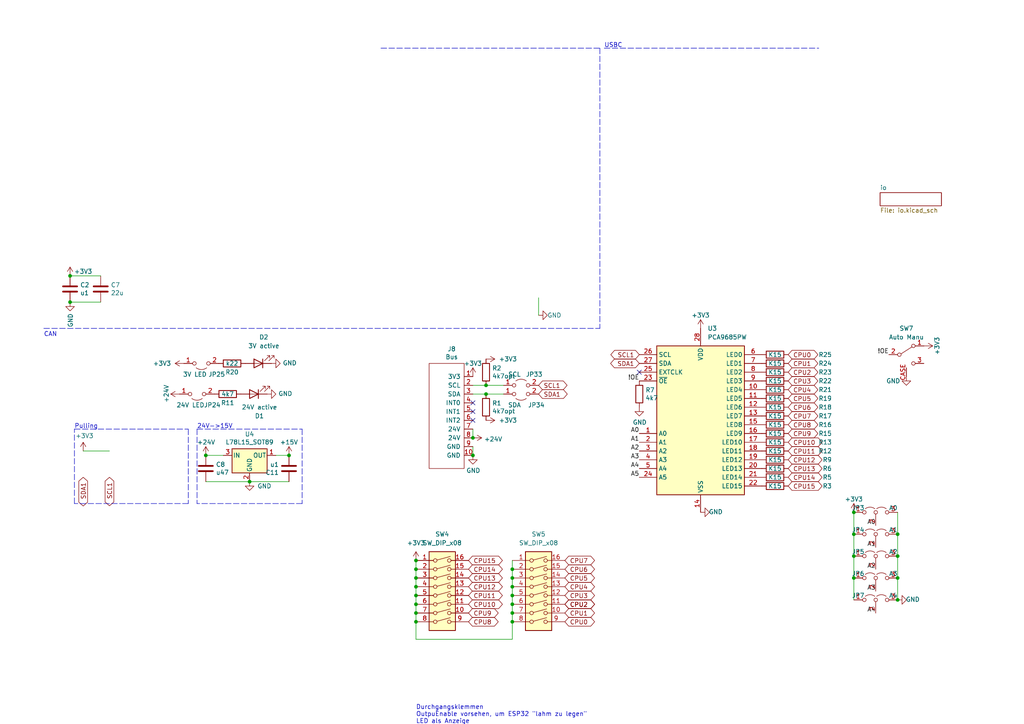
<source format=kicad_sch>
(kicad_sch (version 20211123) (generator eeschema)
  (paper "A4")
  (lib_symbols
    (symbol "Device:C" (pin_numbers hide) (pin_names (offset 0.254))
      (property "Reference" "C" (at 0.635 2.54 0))
      (property "Value" "C" (at 0.635 -2.54 0))
      (symbol "C_0_1"
        (polyline (pts (xy -2.032 -0.762) (xy 2.032 -0.762)) (stroke (width 0.508)))
        (polyline (pts (xy -2.032 0.762) (xy 2.032 0.762)) (stroke (width 0.508)))
      )
      (symbol "C_1_1"
        (pin passive line (at 0 3.81 270) (length 2.794) (name "~") (number "1"))
        (pin passive line (at 0 -3.81 90) (length 2.794) (name "~") (number "2"))
      )
    )
    (symbol "Device:LED" (pin_numbers hide) (pin_names (offset 1.016) hide)
      (property "Reference" "D" (at 0 2.54 0))
      (property "Value" "LED" (at 0 -2.54 0))
      (symbol "LED_0_1"
        (polyline (pts (xy -1.27 -1.27) (xy -1.27 1.27)) (stroke (width 0.254)))
        (polyline (pts (xy -1.27 0) (xy 1.27 0)))
        (polyline (pts (xy 1.27 -1.27) (xy 1.27 1.27) (xy -1.27 0) (xy 1.27 -1.27)) (stroke (width 0.254)))
        (polyline (pts (xy -3.048 -0.762) (xy -4.572 -2.286) (xy -3.81 -2.286) (xy -4.572 -2.286) (xy -4.572 -1.524)))
        (polyline (pts (xy -1.778 -0.762) (xy -3.302 -2.286) (xy -2.54 -2.286) (xy -3.302 -2.286) (xy -3.302 -1.524)))
      )
      (symbol "LED_1_1"
        (pin passive line (at -3.81 0 0) (length 2.54) (name "K") (number "1"))
        (pin passive line (at 3.81 0 180) (length 2.54) (name "A") (number "2"))
      )
    )
    (symbol "Device:R" (pin_numbers hide) (pin_names (offset 0))
      (property "Reference" "R" (at 2.032 0 90))
      (property "Value" "R" (at 0 0 90))
      (symbol "R_0_1"
        (rectangle (start -1.016 -2.54) (end 1.016 2.54) (stroke (width 0.254)))
      )
      (symbol "R_1_1"
        (pin passive line (at 0 3.81 270) (length 1.27) (name "~") (number "1"))
        (pin passive line (at 0 -3.81 90) (length 1.27) (name "~") (number "2"))
      )
    )
    (symbol "Driver_LED:PCA9685PW"
      (property "Reference" "U" (at -12.7 22.225 0))
      (property "Value" "PCA9685PW" (at 1.27 22.225 0))
      (symbol "PCA9685PW_0_1"
        (rectangle (start -12.7 20.32) (end 12.7 -22.86) (stroke (width 0.254)) (fill (type background)))
      )
      (symbol "PCA9685PW_1_1"
        (pin input line (at -17.78 -5.08 0) (length 5.08) (name "A0") (number "1"))
        (pin output line (at 17.78 7.62 180) (length 5.08) (name "LED4") (number "10"))
        (pin output line (at 17.78 5.08 180) (length 5.08) (name "LED5") (number "11"))
        (pin output line (at 17.78 2.54 180) (length 5.08) (name "LED6") (number "12"))
        (pin output line (at 17.78 0 180) (length 5.08) (name "LED7") (number "13"))
        (pin power_in line (at 0 -27.94 90) (length 5.08) (name "VSS") (number "14"))
        (pin output line (at 17.78 -2.54 180) (length 5.08) (name "LED8") (number "15"))
        (pin output line (at 17.78 -5.08 180) (length 5.08) (name "LED9") (number "16"))
        (pin output line (at 17.78 -7.62 180) (length 5.08) (name "LED10") (number "17"))
        (pin output line (at 17.78 -10.16 180) (length 5.08) (name "LED11") (number "18"))
        (pin output line (at 17.78 -12.7 180) (length 5.08) (name "LED12") (number "19"))
        (pin input line (at -17.78 -7.62 0) (length 5.08) (name "A1") (number "2"))
        (pin output line (at 17.78 -15.24 180) (length 5.08) (name "LED13") (number "20"))
        (pin output line (at 17.78 -17.78 180) (length 5.08) (name "LED14") (number "21"))
        (pin output line (at 17.78 -20.32 180) (length 5.08) (name "LED15") (number "22"))
        (pin input line (at -17.78 10.16 0) (length 5.08) (name "~{OE}") (number "23"))
        (pin input line (at -17.78 -17.78 0) (length 5.08) (name "A5") (number "24"))
        (pin input line (at -17.78 12.7 0) (length 5.08) (name "EXTCLK") (number "25"))
        (pin input line (at -17.78 17.78 0) (length 5.08) (name "SCL") (number "26"))
        (pin bidirectional line (at -17.78 15.24 0) (length 5.08) (name "SDA") (number "27"))
        (pin power_in line (at 0 25.4 270) (length 5.08) (name "VDD") (number "28"))
        (pin input line (at -17.78 -10.16 0) (length 5.08) (name "A2") (number "3"))
        (pin input line (at -17.78 -12.7 0) (length 5.08) (name "A3") (number "4"))
        (pin input line (at -17.78 -15.24 0) (length 5.08) (name "A4") (number "5"))
        (pin output line (at 17.78 17.78 180) (length 5.08) (name "LED0") (number "6"))
        (pin output line (at 17.78 15.24 180) (length 5.08) (name "LED1") (number "7"))
        (pin output line (at 17.78 12.7 180) (length 5.08) (name "LED2") (number "8"))
        (pin output line (at 17.78 10.16 180) (length 5.08) (name "LED3") (number "9"))
      )
    )
    (symbol "Jumper:Jumper_2_Open" (pin_names (offset 0) hide)
      (property "Reference" "JP" (at 0 2.794 0))
      (property "Value" "Jumper_2_Open" (at 0 -2.286 0))
      (symbol "Jumper_2_Open_0_0"
        (circle (center -2.032 0) (radius 0.508))
        (circle (center 2.032 0) (radius 0.508))
      )
      (symbol "Jumper_2_Open_0_1"
        (arc (start 1.524 1.27) (mid 0 1.778) (end -1.524 1.27))
      )
      (symbol "Jumper_2_Open_1_1"
        (pin passive line (at -5.08 0 0) (length 2.54) (name "A") (number "1"))
        (pin passive line (at 5.08 0 180) (length 2.54) (name "B") (number "2"))
      )
    )
    (symbol "Jumper_3_Open_1" (pin_names (offset 0) hide)
      (property "Reference" "JP" (at -2.54 -2.54 0))
      (property "Value" "Jumper_3_Open_1" (at 0 2.794 0))
      (symbol "Jumper_3_Open_1_0_0"
        (circle (center -3.302 0) (radius 0.508))
        (circle (center 0 0) (radius 0.508))
        (circle (center 3.302 0) (radius 0.508))
      )
      (symbol "Jumper_3_Open_1_0_1"
        (arc (start -0.254 1.016) (mid -1.651 1.4992) (end -3.048 1.016))
        (polyline (pts (xy 0 -0.508) (xy 0 -1.27)))
        (arc (start 3.048 1.016) (mid 1.651 1.4992) (end 0.254 1.016))
      )
      (symbol "Jumper_3_Open_1_1_1"
        (pin passive line (at -6.35 0 0) (length 2.54) (name "A") (number "1"))
        (pin passive line (at 0 -3.81 90) (length 2.54) (name "C") (number "2"))
        (pin passive line (at 6.35 0 180) (length 2.54) (name "B") (number "3"))
      )
    )
    (symbol "Regulator_Linear:L78L05_SOT89" (pin_names (offset 0.254))
      (property "Reference" "U" (at -3.81 3.175 0))
      (property "Value" "L78L05_SOT89" (at -0.635 3.175 0))
      (symbol "L78L05_SOT89_0_1"
        (rectangle (start -5.08 1.905) (end 5.08 -5.08) (stroke (width 0.254)) (fill (type background)))
      )
      (symbol "L78L05_SOT89_1_1"
        (pin power_out line (at 7.62 0 180) (length 2.54) (name "OUT") (number "1"))
        (pin power_in line (at 0 -7.62 90) (length 2.54) (name "GND") (number "2"))
        (pin power_in line (at -7.62 0 0) (length 2.54) (name "IN") (number "3"))
      )
    )
    (symbol "Switch:SW_DIP_x08" (pin_names (offset 0) hide)
      (property "Reference" "SW" (at 0 13.97 0))
      (property "Value" "SW_DIP_x08" (at 0 -11.43 0))
      (symbol "SW_DIP_x08_0_0"
        (circle (center -2.032 -7.62) (radius 0.508))
        (circle (center -2.032 -5.08) (radius 0.508))
        (circle (center -2.032 -2.54) (radius 0.508))
        (circle (center -2.032 0) (radius 0.508))
        (circle (center -2.032 2.54) (radius 0.508))
        (circle (center -2.032 5.08) (radius 0.508))
        (circle (center -2.032 7.62) (radius 0.508))
        (circle (center -2.032 10.16) (radius 0.508))
        (polyline (pts (xy -1.524 -7.4676) (xy 2.3622 -6.4262)))
        (polyline (pts (xy -1.524 -4.9276) (xy 2.3622 -3.8862)))
        (polyline (pts (xy -1.524 -2.3876) (xy 2.3622 -1.3462)))
        (polyline (pts (xy -1.524 0.127) (xy 2.3622 1.1684)))
        (polyline (pts (xy -1.524 2.667) (xy 2.3622 3.7084)))
        (polyline (pts (xy -1.524 5.207) (xy 2.3622 6.2484)))
        (polyline (pts (xy -1.524 7.747) (xy 2.3622 8.7884)))
        (polyline (pts (xy -1.524 10.287) (xy 2.3622 11.3284)))
        (circle (center 2.032 -7.62) (radius 0.508))
        (circle (center 2.032 -5.08) (radius 0.508))
        (circle (center 2.032 -2.54) (radius 0.508))
        (circle (center 2.032 0) (radius 0.508))
        (circle (center 2.032 2.54) (radius 0.508))
        (circle (center 2.032 5.08) (radius 0.508))
        (circle (center 2.032 7.62) (radius 0.508))
        (circle (center 2.032 10.16) (radius 0.508))
      )
      (symbol "SW_DIP_x08_0_1"
        (rectangle (start -3.81 12.7) (end 3.81 -10.16) (stroke (width 0.254)) (fill (type background)))
      )
      (symbol "SW_DIP_x08_1_1"
        (pin passive line (at -7.62 10.16 0) (length 5.08) (name "~") (number "1"))
        (pin passive line (at 7.62 -5.08 180) (length 5.08) (name "~") (number "10"))
        (pin passive line (at 7.62 -2.54 180) (length 5.08) (name "~") (number "11"))
        (pin passive line (at 7.62 0 180) (length 5.08) (name "~") (number "12"))
        (pin passive line (at 7.62 2.54 180) (length 5.08) (name "~") (number "13"))
        (pin passive line (at 7.62 5.08 180) (length 5.08) (name "~") (number "14"))
        (pin passive line (at 7.62 7.62 180) (length 5.08) (name "~") (number "15"))
        (pin passive line (at 7.62 10.16 180) (length 5.08) (name "~") (number "16"))
        (pin passive line (at -7.62 7.62 0) (length 5.08) (name "~") (number "2"))
        (pin passive line (at -7.62 5.08 0) (length 5.08) (name "~") (number "3"))
        (pin passive line (at -7.62 2.54 0) (length 5.08) (name "~") (number "4"))
        (pin passive line (at -7.62 0 0) (length 5.08) (name "~") (number "5"))
        (pin passive line (at -7.62 -2.54 0) (length 5.08) (name "~") (number "6"))
        (pin passive line (at -7.62 -5.08 0) (length 5.08) (name "~") (number "7"))
        (pin passive line (at -7.62 -7.62 0) (length 5.08) (name "~") (number "8"))
        (pin passive line (at 7.62 -7.62 180) (length 5.08) (name "~") (number "9"))
      )
    )
    (symbol "liebler_MECH:SW_SPDT_with_Case" (pin_names (offset 0) hide)
      (property "Reference" "SW1" (at 0 7.62 0))
      (property "Value" "SW_SPDT_with_Case" (at 0 5.08 0))
      (symbol "SW_SPDT_with_Case_0_0"
        (circle (center -2.032 0) (radius 0.508))
        (circle (center 2.032 -2.54) (radius 0.508))
      )
      (symbol "SW_SPDT_with_Case_0_1"
        (polyline (pts (xy -1.524 0.254) (xy 1.651 2.286)))
        (circle (center 2.032 2.54) (radius 0.508))
      )
      (symbol "SW_SPDT_with_Case_1_1"
        (pin passive line (at 5.08 2.54 180) (length 2.54) (name "A") (number "1"))
        (pin passive line (at -5.08 0 0) (length 2.54) (name "B") (number "2"))
        (pin passive line (at 5.08 -2.54 180) (length 2.54) (name "C") (number "3"))
        (pin passive line (at 0 -6.35 90) (length 2.54) (name "CASE") (number "CASE"))
      )
    )
    (symbol "power:+15V" (power) (pin_names (offset 0))
      (property "Value" "+15V" (at 0 3.556 0))
      (symbol "+15V_0_1"
        (polyline (pts (xy -0.762 1.27) (xy 0 2.54)))
        (polyline (pts (xy 0 0) (xy 0 2.54)))
        (polyline (pts (xy 0 2.54) (xy 0.762 1.27)))
      )
      (symbol "+15V_1_1"
        (pin power_in line (at 0 0 90) (length 0) hide (name "+15V") (number "1"))
      )
    )
    (symbol "power:+24V" (power) (pin_names (offset 0))
      (property "Value" "+24V" (at 0 3.556 0))
      (symbol "+24V_0_1"
        (polyline (pts (xy -0.762 1.27) (xy 0 2.54)))
        (polyline (pts (xy 0 0) (xy 0 2.54)))
        (polyline (pts (xy 0 2.54) (xy 0.762 1.27)))
      )
      (symbol "+24V_1_1"
        (pin power_in line (at 0 0 90) (length 0) hide (name "+24V") (number "1"))
      )
    )
    (symbol "power:+3V3" (power) (pin_names (offset 0))
      (property "Value" "+3V3" (at 0 3.556 0))
      (symbol "+3V3_0_1"
        (polyline (pts (xy -0.762 1.27) (xy 0 2.54)))
        (polyline (pts (xy 0 0) (xy 0 2.54)))
        (polyline (pts (xy 0 2.54) (xy 0.762 1.27)))
      )
      (symbol "+3V3_1_1"
        (pin power_in line (at 0 0 90) (length 0) hide (name "+3V3") (number "1"))
      )
    )
    (symbol "power:GND" (power) (pin_names (offset 0))
      (property "Value" "GND" (at 0 -3.81 0))
      (symbol "GND_0_1"
        (polyline (pts (xy 0 0) (xy 0 -1.27) (xy 1.27 -1.27) (xy 0 -2.54) (xy -1.27 -1.27) (xy 0 -1.27)))
      )
      (symbol "GND_1_1"
        (pin power_in line (at 0 0 270) (length 0) hide (name "GND") (number "1"))
      )
    )
    (symbol "sensact:SensactBusConnector" (pin_names (offset 1.016))
      (property "Reference" "J" (at -5.08 19.05 0))
      (property "Value" "sensact_SensactBusConnector" (at -5.08 16.51 0))
      (symbol "SensactBusConnector_0_1"
        (rectangle (start -5.08 15.24) (end 5.08 -15.24))
      )
      (symbol "SensactBusConnector_1_1"
        (pin power_in line (at 7.62 11.43 180) (length 2.54) (name "3V3") (number "1"))
        (pin power_in line (at 7.62 -11.43 180) (length 2.54) (name "GND") (number "10"))
        (pin output line (at 7.62 8.89 180) (length 2.54) (name "SCL") (number "2"))
        (pin bidirectional line (at 7.62 6.35 180) (length 2.54) (name "SDA") (number "3"))
        (pin bidirectional line (at 7.62 3.81 180) (length 2.54) (name "INT0") (number "4"))
        (pin bidirectional line (at 7.62 1.27 180) (length 2.54) (name "INT1") (number "5"))
        (pin bidirectional line (at 7.62 -1.27 180) (length 2.54) (name "INT2") (number "6"))
        (pin power_in line (at 7.62 -3.81 180) (length 2.54) (name "24V") (number "7"))
        (pin power_in line (at 7.62 -6.35 180) (length 2.54) (name "24V") (number "8"))
        (pin power_in line (at 7.62 -8.89 180) (length 2.54) (name "GND") (number "9"))
      )
    )
  )
  (junction (at 260.35 154.94))
  (junction (at 120.65 172.72))
  (junction (at 120.65 167.64))
  (junction (at 260.35 161.29))
  (junction (at 247.65 167.64))
  (junction (at 247.65 161.29))
  (junction (at 137.16 127))
  (junction (at 140.97 111.76))
  (junction (at 120.65 175.26))
  (junction (at 137.16 132.08))
  (junction (at 120.65 177.8))
  (junction (at 260.35 167.64))
  (junction (at 59.69 132.08))
  (junction (at 247.65 148.59))
  (junction (at 148.59 175.26))
  (junction (at 148.59 170.18))
  (junction (at 72.39 139.7))
  (junction (at 148.59 172.72))
  (junction (at 120.65 165.1))
  (junction (at 148.59 180.34))
  (junction (at 260.35 173.99))
  (junction (at 247.65 154.94))
  (junction (at 148.59 177.8))
  (junction (at 20.32 80.01))
  (junction (at 20.32 87.63))
  (junction (at 148.59 165.1))
  (junction (at 83.82 132.08))
  (junction (at 148.59 167.64))
  (junction (at 120.65 170.18))
  (junction (at 140.97 114.3))
  (junction (at 120.65 180.34))
  (junction (at 120.65 162.56))
  (no_connect (at 137.16 116.84))
  (no_connect (at 185.42 107.95))
  (no_connect (at 137.16 121.92))
  (no_connect (at 137.16 119.38))
  (wire (pts (xy 148.59 172.72) (xy 148.59 175.26)))
  (wire (pts (xy 146.05 111.76) (xy 140.97 111.76)))
  (polyline (pts (xy 110.49 13.97) (xy 173.99 13.97)))
  (polyline (pts (xy 21.59 124.46) (xy 54.61 124.46)))
  (wire (pts (xy 247.65 167.64) (xy 247.65 173.99)))
  (wire (pts (xy 72.39 139.7) (xy 83.82 139.7)))
  (polyline (pts (xy 87.63 124.46) (xy 87.63 146.05)))
  (wire (pts (xy 247.65 154.94) (xy 247.65 161.29)))
  (wire (pts (xy 137.16 129.54) (xy 137.16 132.08)))
  (wire (pts (xy 120.65 165.1) (xy 120.65 167.64)))
  (wire (pts (xy 260.35 154.94) (xy 260.35 161.29)))
  (wire (pts (xy 59.69 139.7) (xy 72.39 139.7)))
  (wire (pts (xy 120.65 172.72) (xy 120.65 175.26)))
  (wire (pts (xy 29.21 80.01) (xy 20.32 80.01)))
  (wire (pts (xy 148.59 175.26) (xy 148.59 177.8)))
  (wire (pts (xy 146.05 114.3) (xy 140.97 114.3)))
  (wire (pts (xy 120.65 170.18) (xy 120.65 172.72)))
  (wire (pts (xy 120.65 162.56) (xy 120.65 165.1)))
  (polyline (pts (xy 12.7 95.25) (xy 173.99 95.25)))
  (wire (pts (xy 137.16 124.46) (xy 137.16 127)))
  (wire (pts (xy 29.21 87.63) (xy 20.32 87.63)))
  (wire (pts (xy 120.65 185.42) (xy 148.59 185.42)))
  (polyline (pts (xy 54.61 146.05) (xy 21.59 146.05)))
  (wire (pts (xy 148.59 165.1) (xy 148.59 167.64)))
  (wire (pts (xy 137.16 111.76) (xy 140.97 111.76)))
  (wire (pts (xy 148.59 177.8) (xy 148.59 180.34)))
  (wire (pts (xy 120.65 185.42) (xy 120.65 180.34)))
  (wire (pts (xy 120.65 175.26) (xy 120.65 177.8)))
  (polyline (pts (xy 57.15 124.46) (xy 87.63 124.46)))
  (wire (pts (xy 120.65 167.64) (xy 120.65 170.18)))
  (wire (pts (xy 156.21 86.36) (xy 156.21 91.44)))
  (polyline (pts (xy 173.99 13.97) (xy 173.99 95.25)))
  (wire (pts (xy 120.65 177.8) (xy 120.65 180.34)))
  (wire (pts (xy 80.01 132.08) (xy 83.82 132.08)))
  (polyline (pts (xy 175.26 13.97) (xy 237.49 13.97)))
  (wire (pts (xy 247.65 161.29) (xy 247.65 167.64)))
  (polyline (pts (xy 87.63 146.05) (xy 57.15 146.05)))
  (wire (pts (xy 148.59 167.64) (xy 148.59 170.18)))
  (polyline (pts (xy 54.61 124.46) (xy 54.61 146.05)))
  (wire (pts (xy 247.65 148.59) (xy 247.65 154.94)))
  (wire (pts (xy 260.35 161.29) (xy 260.35 167.64)))
  (wire (pts (xy 260.35 167.64) (xy 260.35 173.99)))
  (polyline (pts (xy 21.59 146.05) (xy 21.59 124.46)))
  (wire (pts (xy 148.59 170.18) (xy 148.59 172.72)))
  (wire (pts (xy 31.75 130.81) (xy 24.13 130.81)))
  (polyline (pts (xy 57.15 124.46) (xy 57.15 146.05)))
  (wire (pts (xy 140.97 114.3) (xy 137.16 114.3)))
  (wire (pts (xy 148.59 162.56) (xy 148.59 165.1)))
  (wire (pts (xy 260.35 148.59) (xy 260.35 154.94)))
  (wire (pts (xy 59.69 132.08) (xy 64.77 132.08)))
  (wire (pts (xy 148.59 185.42) (xy 148.59 180.34)))
  (text "USBC" (at 175.26 13.97 0) (effects (font (size 1.27 1.27)) (justify left bottom)))
  (text "Pulling" (at 21.59 124.46 0) (effects (font (size 1.27 1.27)) (justify left bottom)))
  (text "Durchgangsklemmen\nOutpuEnable vorsehen, um ESP32 \"lahm zu legen\"\nLED als Anzeige\n10V-PWM-Option" (at 120.65 212.09 0) (effects (font (size 1.27 1.27)) (justify left bottom)))
  (text "CAN" (at 12.7 97.79 0) (effects (font (size 1.27 1.27)) (justify left bottom)))
  (text "24V->15V" (at 57.15 124.46 0) (effects (font (size 1.27 1.27)) (justify left bottom)))
  (label "A2" (at 254 165.1 180))
  (label "!OE" (at 185.42 110.49 180))
  (label "A4" (at 254 177.8 180))
  (label "!OE" (at 257.81 102.87 180))
  (label "A2" (at 185.42 130.81 180))
  (label "A1" (at 185.42 128.27 180))
  (label "A4" (at 185.42 135.89 180))
  (label "A0" (at 185.42 125.73 180))
  (label "A1" (at 254 158.75 180))
  (label "A5" (at 185.42 138.43 180))
  (label "A3" (at 254 171.45 180))
  (label "A0" (at 254 152.4 180))
  (label "A3" (at 185.42 133.35 180))
  (global_label "CPU0" (shape bidirectional) (at 163.83 180.34 0) (property "Intersheet References" "${INTERSHEET_REFS}" (effects hide)))
  (global_label "SDA1" (shape bidirectional) (at 185.42 105.41 180) (property "Intersheet References" "${INTERSHEET_REFS}" (effects hide)))
  (global_label "CPU14" (shape bidirectional) (at 228.6 138.43 0) (property "Intersheet References" "${INTERSHEET_REFS}" (effects hide)))
  (global_label "CPU12" (shape bidirectional) (at 228.6 133.35 0) (property "Intersheet References" "${INTERSHEET_REFS}" (effects hide)))
  (global_label "CPU2" (shape bidirectional) (at 163.83 175.26 0) (property "Intersheet References" "${INTERSHEET_REFS}" (effects hide)))
  (global_label "CPU15" (shape bidirectional) (at 135.89 162.56 0) (property "Intersheet References" "${INTERSHEET_REFS}" (effects hide)))
  (global_label "CPU6" (shape bidirectional) (at 163.83 165.1 0) (property "Intersheet References" "${INTERSHEET_REFS}" (effects hide)))
  (global_label "CPU9" (shape bidirectional) (at 228.6 125.73 0) (property "Intersheet References" "${INTERSHEET_REFS}" (effects hide)))
  (global_label "SCL1" (shape bidirectional) (at 185.42 102.87 180) (property "Intersheet References" "${INTERSHEET_REFS}" (effects hide)))
  (global_label "CPU3" (shape bidirectional) (at 228.6 110.49 0) (property "Intersheet References" "${INTERSHEET_REFS}" (effects hide)))
  (global_label "CPU3" (shape bidirectional) (at 163.83 172.72 0) (property "Intersheet References" "${INTERSHEET_REFS}" (effects hide)))
  (global_label "CPU5" (shape bidirectional) (at 163.83 167.64 0) (property "Intersheet References" "${INTERSHEET_REFS}" (effects hide)))
  (global_label "CPU7" (shape bidirectional) (at 228.6 120.65 0) (property "Intersheet References" "${INTERSHEET_REFS}" (effects hide)))
  (global_label "CPU2" (shape bidirectional) (at 163.83 175.26 0) (property "Intersheet References" "${INTERSHEET_REFS}" (effects hide)))
  (global_label "CPU2" (shape bidirectional) (at 228.6 107.95 0) (property "Intersheet References" "${INTERSHEET_REFS}" (effects hide)))
  (global_label "SDA1" (shape bidirectional) (at 156.21 114.3 0) (property "Intersheet References" "${INTERSHEET_REFS}" (effects hide)))
  (global_label "CPU15" (shape bidirectional) (at 228.6 140.97 0) (property "Intersheet References" "${INTERSHEET_REFS}" (effects hide)))
  (global_label "CPU4" (shape bidirectional) (at 163.83 170.18 0) (property "Intersheet References" "${INTERSHEET_REFS}" (effects hide)))
  (global_label "CPU5" (shape bidirectional) (at 228.6 115.57 0) (property "Intersheet References" "${INTERSHEET_REFS}" (effects hide)))
  (global_label "CPU13" (shape bidirectional) (at 228.6 135.89 0) (property "Intersheet References" "${INTERSHEET_REFS}" (effects hide)))
  (global_label "CPU7" (shape bidirectional) (at 163.83 162.56 0) (property "Intersheet References" "${INTERSHEET_REFS}" (effects hide)))
  (global_label "CPU4" (shape bidirectional) (at 228.6 113.03 0) (property "Intersheet References" "${INTERSHEET_REFS}" (effects hide)))
  (global_label "CPU9" (shape bidirectional) (at 135.89 177.8 0) (property "Intersheet References" "${INTERSHEET_REFS}" (effects hide)))
  (global_label "SCL1" (shape bidirectional) (at 156.21 111.76 0) (property "Intersheet References" "${INTERSHEET_REFS}" (effects hide)))
  (global_label "CPU8" (shape bidirectional) (at 135.89 180.34 0) (property "Intersheet References" "${INTERSHEET_REFS}" (effects hide)))
  (global_label "CPU6" (shape bidirectional) (at 228.6 118.11 0) (property "Intersheet References" "${INTERSHEET_REFS}" (effects hide)))
  (global_label "CPU12" (shape bidirectional) (at 135.89 170.18 0) (property "Intersheet References" "${INTERSHEET_REFS}" (effects hide)))
  (global_label "CPU8" (shape bidirectional) (at 228.6 123.19 0) (property "Intersheet References" "${INTERSHEET_REFS}" (effects hide)))
  (global_label "CPU10" (shape bidirectional) (at 228.6 128.27 0) (property "Intersheet References" "${INTERSHEET_REFS}" (effects hide)))
  (global_label "CPU0" (shape bidirectional) (at 228.6 102.87 0) (property "Intersheet References" "${INTERSHEET_REFS}" (effects hide)))
  (global_label "CPU14" (shape bidirectional) (at 135.89 165.1 0) (property "Intersheet References" "${INTERSHEET_REFS}" (effects hide)))
  (global_label "CPU10" (shape bidirectional) (at 135.89 175.26 0) (property "Intersheet References" "${INTERSHEET_REFS}" (effects hide)))
  (global_label "CPU1" (shape bidirectional) (at 163.83 177.8 0) (property "Intersheet References" "${INTERSHEET_REFS}" (effects hide)))
  (global_label "CPU11" (shape bidirectional) (at 135.89 172.72 0) (property "Intersheet References" "${INTERSHEET_REFS}" (effects hide)))
  (global_label "CPU1" (shape bidirectional) (at 228.6 105.41 0) (property "Intersheet References" "${INTERSHEET_REFS}" (effects hide)))
  (global_label "CPU11" (shape bidirectional) (at 228.6 130.81 0) (property "Intersheet References" "${INTERSHEET_REFS}" (effects hide)))
  (global_label "CPU13" (shape bidirectional) (at 135.89 167.64 0) (property "Intersheet References" "${INTERSHEET_REFS}" (effects hide)))
  (global_label "SCL1" (shape bidirectional) (at 31.75 138.43 270) (property "Intersheet References" "${INTERSHEET_REFS}" (effects hide)))
  (global_label "SDA1" (shape bidirectional) (at 24.13 138.43 270) (property "Intersheet References" "${INTERSHEET_REFS}" (effects hide)))
  (symbol (lib_name "Jumper_3_Open_1") (lib_id "Jumper:Jumper_3_Open") (at 254 173.99 0) (unit 1)
    (property "Reference" "JP7" (at 248.92 172.72 0))
    (property "Value" "A4" (at 259.08 172.72 0))
    (property "Footprint" "Jumper:SolderJumper-3_P1.3mm_Open_RoundedPad1.0x1.5mm_NumberLabels" (effects hide))
  )
  (symbol (lib_id "power:GND") (at 78.74 105.41 90) (unit 1)
    (property "Reference" "#PWR06" (effects hide))
    (property "Value" "GND" (at 81.9912 105.283 90) (effects (justify right)))
  )
  (symbol (lib_id "Device:R") (at 224.79 115.57 90) (mirror x) (unit 1)
    (property "Reference" "R19" (at 241.3 115.57 90) (effects (justify left)))
    (property "Value" "K15" (at 224.79 115.57 90))
    (property "Footprint" "Resistor_SMD:R_0402_1005Metric" (effects hide))
  )
  (symbol (lib_id "Device:R") (at 224.79 110.49 90) (mirror x) (unit 1)
    (property "Reference" "R22" (at 241.3 110.49 90) (effects (justify left)))
    (property "Value" "K15" (at 224.79 110.49 90))
    (property "Footprint" "Resistor_SMD:R_0402_1005Metric" (effects hide))
  )
  (symbol (lib_id "power:+3V3") (at 247.65 148.59 0) (unit 1)
    (property "Reference" "#PWR0102" (effects hide))
    (property "Value" "+3V3" (at 247.65 144.78 0))
  )
  (symbol (lib_id "liebler_MECH:SW_SPDT_with_Case") (at 262.89 102.87 0) (unit 1)
    (property "Reference" "SW7" (at 262.89 95.25 0))
    (property "Value" "Auto Manu" (at 262.89 97.79 0))
    (property "Footprint" "liebler_MECH:SW_SPDT_PCM12_handsolder" (effects hide))
  )
  (symbol (lib_id "Device:C") (at 83.82 135.89 180) (unit 1)
    (property "Reference" "C11" (at 80.899 137.0584 0) (effects (justify left)))
    (property "Value" "u1" (at 80.899 134.747 0) (effects (justify left)))
    (property "Footprint" "Capacitor_SMD:C_0402_1005Metric" (effects hide))
  )
  (symbol (lib_id "Switch:SW_DIP_x08") (at 128.27 172.72 0) (unit 1)
    (property "Reference" "SW4" (at 128.27 154.94 0))
    (property "Value" "SW_DIP_x08" (at 128.27 157.48 0))
    (property "Footprint" "liebler_MECH:SW_DIP_SPSTx08_Piano" (effects hide))
  )
  (symbol (lib_id "Device:R") (at 224.79 123.19 90) (mirror x) (unit 1)
    (property "Reference" "R16" (at 241.3 123.19 90) (effects (justify left)))
    (property "Value" "K15" (at 224.79 123.19 90))
    (property "Footprint" "Resistor_SMD:R_0402_1005Metric" (effects hide))
  )
  (symbol (lib_id "Jumper:Jumper_2_Open") (at 151.13 111.76 0) (unit 1)
    (property "Reference" "JP33" (at 154.94 108.585 0))
    (property "Value" "SCL" (at 149.225 108.585 0))
    (property "Footprint" "Jumper:SolderJumper-2_P1.3mm_Bridged2Bar_RoundedPad1.0x1.5mm" (effects hide))
  )
  (symbol (lib_id "power:GND") (at 262.89 109.22 0) (unit 1)
    (property "Reference" "#PWR0193" (effects hide))
    (property "Value" "GND" (at 259.08 110.49 0))
  )
  (symbol (lib_name "Jumper_3_Open_1") (lib_id "Jumper:Jumper_3_Open") (at 254 161.29 0) (unit 1)
    (property "Reference" "JP5" (at 248.92 160.02 0))
    (property "Value" "A2" (at 259.08 160.02 0))
    (property "Footprint" "Jumper:SolderJumper-3_P1.3mm_Open_RoundedPad1.0x1.5mm_NumberLabels" (effects hide))
  )
  (symbol (lib_id "Device:R") (at 185.42 114.3 0) (unit 1)
    (property "Reference" "R7" (at 187.198 113.1316 0) (effects (justify left)))
    (property "Value" "4k7" (at 187.198 115.443 0) (effects (justify left)))
    (property "Footprint" "Resistor_SMD:R_0402_1005Metric" (effects hide))
  )
  (symbol (lib_id "Device:R") (at 224.79 118.11 90) (mirror x) (unit 1)
    (property "Reference" "R18" (at 241.3 118.11 90) (effects (justify left)))
    (property "Value" "K15" (at 224.79 118.11 90))
    (property "Footprint" "Resistor_SMD:R_0402_1005Metric" (effects hide))
  )
  (symbol (lib_id "power:GND") (at 203.2 148.59 90) (unit 1)
    (property "Reference" "#PWR0115" (effects hide))
    (property "Value" "GND" (at 207.5942 148.463 90))
  )
  (symbol (lib_id "power:+3V3") (at 140.97 104.14 270) (unit 1)
    (property "Reference" "#PWR0104" (effects hide))
    (property "Value" "+3V3" (at 147.32 104.14 90))
  )
  (symbol (lib_id "Device:R") (at 224.79 140.97 90) (mirror x) (unit 1)
    (property "Reference" "R3" (at 241.3 140.97 90) (effects (justify left)))
    (property "Value" "K15" (at 224.79 140.97 90))
    (property "Footprint" "Resistor_SMD:R_0402_1005Metric" (effects hide))
  )
  (symbol (lib_id "power:+3V3") (at 120.65 162.56 0) (unit 1)
    (property "Reference" "#PWR0149" (effects hide))
    (property "Value" "+3V3" (at 120.65 157.48 0))
  )
  (symbol (lib_id "power:+3V3") (at 203.2 95.25 0) (unit 1)
    (property "Reference" "#PWR0112" (effects hide))
    (property "Value" "+3V3" (at 203.2 91.44 0))
  )
  (symbol (lib_id "Device:R") (at 224.79 125.73 90) (mirror x) (unit 1)
    (property "Reference" "R15" (at 241.3 125.73 90) (effects (justify left)))
    (property "Value" "K15" (at 224.79 125.73 90))
    (property "Footprint" "Resistor_SMD:R_0402_1005Metric" (effects hide))
  )
  (symbol (lib_id "power:GND") (at 260.35 173.99 90) (unit 1)
    (property "Reference" "#PWR0101" (effects hide))
    (property "Value" "GND" (at 264.7442 173.863 90))
  )
  (symbol (lib_id "power:+3V3") (at 53.34 105.41 90) (unit 1)
    (property "Reference" "#PWR0118" (effects hide))
    (property "Value" "+3V3" (at 46.99 105.41 90))
  )
  (symbol (lib_id "power:GND") (at 72.39 139.7 0) (unit 1)
    (property "Reference" "#PWR0114" (effects hide))
    (property "Value" "GND" (at 78.74 140.97 0) (effects (justify right)))
  )
  (symbol (lib_id "Device:R") (at 140.97 107.95 0) (unit 1)
    (property "Reference" "R2" (at 142.748 106.7816 0) (effects (justify left)))
    (property "Value" "4k7opt" (at 142.748 109.093 0) (effects (justify left)))
    (property "Footprint" "Resistor_SMD:R_0402_1005Metric" (effects hide))
  )
  (symbol (lib_id "power:+3V3") (at 267.97 100.33 270) (unit 1)
    (property "Reference" "#PWR0105" (effects hide))
    (property "Value" "+3V3" (at 271.78 100.33 0))
  )
  (symbol (lib_id "Device:R") (at 224.79 105.41 90) (mirror x) (unit 1)
    (property "Reference" "R24" (at 241.3 105.41 90) (effects (justify left)))
    (property "Value" "K15" (at 224.79 105.41 90))
    (property "Footprint" "Resistor_SMD:R_0402_1005Metric" (effects hide))
  )
  (symbol (lib_id "Jumper:Jumper_2_Open") (at 58.42 105.41 0) (mirror x) (unit 1)
    (property "Reference" "JP25" (at 62.865 108.585 0))
    (property "Value" "3V LED" (at 56.515 108.585 0))
    (property "Footprint" "Jumper:SolderJumper-2_P1.3mm_Open_RoundedPad1.0x1.5mm" (effects hide))
  )
  (symbol (lib_id "power:GND") (at 137.16 132.08 0) (unit 1)
    (property "Reference" "#PWR02" (effects hide))
    (property "Value" "GND" (at 137.287 136.4742 0))
  )
  (symbol (lib_id "power:+3V3") (at 24.13 130.81 0) (unit 1)
    (property "Reference" "#PWR0120" (effects hide))
    (property "Value" "+3V3" (at 24.511 126.4158 0))
  )
  (symbol (lib_id "sensact:SensactBusConnector") (at 129.54 120.65 0) (unit 1)
    (property "Reference" "J8" (at 131.0132 101.219 0))
    (property "Value" "Bus" (at 131.0132 103.5304 0))
    (property "Footprint" "liebler_CONN:IDC-Header_2x05_P2.54mm_Horizontal_tightCrtYd" (effects hide))
  )
  (symbol (lib_id "Device:LED") (at 74.93 105.41 180) (unit 1)
    (property "Reference" "D2" (at 76.5175 97.79 0))
    (property "Value" "3V active" (at 76.5175 100.33 0))
    (property "Footprint" "liebler_OPTO:LED_1606" (effects hide))
  )
  (symbol (lib_id "Device:C") (at 20.32 83.82 0) (unit 1)
    (property "Reference" "C2" (at 23.241 82.6516 0) (effects (justify left)))
    (property "Value" "u1" (at 23.241 84.963 0) (effects (justify left)))
    (property "Footprint" "Capacitor_SMD:C_0402_1005Metric" (effects hide))
  )
  (symbol (lib_id "Device:R") (at 224.79 130.81 90) (mirror x) (unit 1)
    (property "Reference" "R12" (at 241.3 130.81 90) (effects (justify left)))
    (property "Value" "K15" (at 224.79 130.81 90))
    (property "Footprint" "Resistor_SMD:R_0402_1005Metric" (effects hide))
  )
  (symbol (lib_id "power:GND") (at 185.42 118.11 0) (unit 1)
    (property "Reference" "#PWR0121" (effects hide))
    (property "Value" "GND" (at 185.547 122.5042 0))
  )
  (symbol (lib_id "Jumper:Jumper_2_Open") (at 57.15 114.3 0) (mirror x) (unit 1)
    (property "Reference" "JP24" (at 61.595 117.475 0))
    (property "Value" "24V LED" (at 55.245 117.475 0))
    (property "Footprint" "Jumper:SolderJumper-2_P1.3mm_Open_RoundedPad1.0x1.5mm" (effects hide))
  )
  (symbol (lib_id "Device:R") (at 67.31 105.41 90) (unit 1)
    (property "Reference" "R20" (at 67.31 107.95 90))
    (property "Value" "k22" (at 67.31 105.41 90))
    (property "Footprint" "Resistor_SMD:R_0402_1005Metric" (effects hide))
  )
  (symbol (lib_id "Device:C") (at 59.69 135.89 0) (unit 1)
    (property "Reference" "C8" (at 62.611 134.7216 0) (effects (justify left)))
    (property "Value" "u47" (at 62.611 137.033 0) (effects (justify left)))
    (property "Footprint" "Capacitor_SMD:C_0805_2012Metric" (effects hide))
  )
  (symbol (lib_id "Device:R") (at 224.79 102.87 90) (mirror x) (unit 1)
    (property "Reference" "R25" (at 241.3 102.87 90) (effects (justify left)))
    (property "Value" "K15" (at 224.79 102.87 90))
    (property "Footprint" "Resistor_SMD:R_0402_1005Metric" (effects hide))
  )
  (symbol (lib_id "Device:R") (at 224.79 128.27 90) (mirror x) (unit 1)
    (property "Reference" "R13" (at 241.3 128.27 90) (effects (justify left)))
    (property "Value" "K15" (at 224.79 128.27 90))
    (property "Footprint" "Resistor_SMD:R_0402_1005Metric" (effects hide))
  )
  (symbol (lib_id "power:+3V3") (at 137.16 109.22 0) (unit 1)
    (property "Reference" "#PWR0110" (effects hide))
    (property "Value" "+3V3" (at 137.16 105.41 0))
  )
  (symbol (lib_id "Regulator_Linear:L78L05_SOT89") (at 72.39 132.08 0) (unit 1)
    (property "Reference" "U4" (at 72.39 125.9332 0))
    (property "Value" "L78L15_SOT89" (at 72.39 128.2446 0))
    (property "Footprint" "Package_TO_SOT_SMD:SOT-89-3_Handsoldering" (effects hide))
    (property "Datasheet" "http://www.st.com/content/ccc/resource/technical/document/datasheet/15/55/e5/aa/23/5b/43/fd/CD00000446.pdf/files/CD00000446.pdf/jcr:content/translations/en.CD00000446.pdf" (effects hide))
  )
  (symbol (lib_id "Device:R") (at 66.04 114.3 90) (unit 1)
    (property "Reference" "R11" (at 66.04 116.84 90))
    (property "Value" "4k7" (at 66.04 114.3 90))
    (property "Footprint" "Resistor_SMD:R_1206_3216Metric" (effects hide))
  )
  (symbol (lib_id "Device:R") (at 224.79 113.03 90) (mirror x) (unit 1)
    (property "Reference" "R21" (at 241.3 113.03 90) (effects (justify left)))
    (property "Value" "K15" (at 224.79 113.03 90))
    (property "Footprint" "Resistor_SMD:R_0402_1005Metric" (effects hide))
  )
  (symbol (lib_id "Device:R") (at 224.79 133.35 90) (mirror x) (unit 1)
    (property "Reference" "R9" (at 241.3 133.35 90) (effects (justify left)))
    (property "Value" "K15" (at 224.79 133.35 90))
    (property "Footprint" "Resistor_SMD:R_0402_1005Metric" (effects hide))
  )
  (symbol (lib_id "power:+24V") (at 59.69 132.08 0) (unit 1)
    (property "Reference" "#PWR0113" (effects hide))
    (property "Value" "+24V" (at 57.15 128.27 0) (effects (justify left)))
  )
  (symbol (lib_id "Switch:SW_DIP_x08") (at 156.21 172.72 0) (unit 1)
    (property "Reference" "SW5" (at 156.21 154.94 0))
    (property "Value" "SW_DIP_x08" (at 156.21 157.48 0))
    (property "Footprint" "liebler_MECH:SW_DIP_SPSTx08_Piano" (effects hide))
  )
  (symbol (lib_name "Jumper_3_Open_1") (lib_id "Jumper:Jumper_3_Open") (at 254 148.59 0) (unit 1)
    (property "Reference" "JP3" (at 248.92 147.32 0))
    (property "Value" "A0" (at 259.08 147.32 0))
    (property "Footprint" "Jumper:SolderJumper-3_P1.3mm_Open_RoundedPad1.0x1.5mm_NumberLabels" (effects hide))
  )
  (symbol (lib_id "Device:R") (at 224.79 135.89 90) (mirror x) (unit 1)
    (property "Reference" "R6" (at 241.3 135.89 90) (effects (justify left)))
    (property "Value" "K15" (at 224.79 135.89 90))
    (property "Footprint" "Resistor_SMD:R_0402_1005Metric" (effects hide))
  )
  (symbol (lib_id "power:+3V3") (at 20.32 80.01 0) (unit 1)
    (property "Reference" "#PWR0117" (effects hide))
    (property "Value" "+3V3" (at 24.13 78.74 0))
  )
  (symbol (lib_id "power:GND") (at 156.21 91.44 90) (unit 1)
    (property "Reference" "#PWR0119" (effects hide))
    (property "Value" "GND" (at 158.75 91.44 90) (effects (justify right)))
  )
  (symbol (lib_name "Jumper_3_Open_1") (lib_id "Jumper:Jumper_3_Open") (at 254 154.94 0) (unit 1)
    (property "Reference" "JP4" (at 248.92 153.67 0))
    (property "Value" "A1" (at 259.08 153.67 0))
    (property "Footprint" "Jumper:SolderJumper-3_P1.3mm_Open_RoundedPad1.0x1.5mm_NumberLabels" (effects hide))
  )
  (symbol (lib_id "power:+3V3") (at 140.97 121.92 270) (unit 1)
    (property "Reference" "#PWR0103" (effects hide))
    (property "Value" "+3V3" (at 147.32 121.92 90))
  )
  (symbol (lib_id "Driver_LED:PCA9685PW") (at 203.2 120.65 0) (unit 1)
    (property "Reference" "U3" (at 205.2194 95.25 0) (effects (justify left)))
    (property "Value" "PCA9685PW" (at 205.2194 97.79 0) (effects (justify left)))
    (property "Footprint" "Package_SO:TSSOP-28_4.4x9.7mm_P0.65mm" (effects hide))
    (property "Datasheet" "http://www.nxp.com/documents/data_sheet/PCA9685.pdf" (effects hide))
  )
  (symbol (lib_id "Device:C") (at 29.21 83.82 0) (unit 1)
    (property "Reference" "C7" (at 32.131 82.6516 0) (effects (justify left)))
    (property "Value" "22u" (at 32.131 84.963 0) (effects (justify left)))
    (property "Footprint" "Capacitor_SMD:C_0603_1608Metric" (effects hide))
  )
  (symbol (lib_id "Device:R") (at 224.79 107.95 90) (mirror x) (unit 1)
    (property "Reference" "R23" (at 241.3 107.95 90) (effects (justify left)))
    (property "Value" "K15" (at 224.79 107.95 90))
    (property "Footprint" "Resistor_SMD:R_0402_1005Metric" (effects hide))
  )
  (symbol (lib_id "Device:R") (at 224.79 120.65 90) (mirror x) (unit 1)
    (property "Reference" "R17" (at 241.3 120.65 90) (effects (justify left)))
    (property "Value" "K15" (at 224.79 120.65 90))
    (property "Footprint" "Resistor_SMD:R_0402_1005Metric" (effects hide))
  )
  (symbol (lib_id "power:GND") (at 77.47 114.3 90) (unit 1)
    (property "Reference" "#PWR05" (effects hide))
    (property "Value" "GND" (at 80.7212 114.173 90) (effects (justify right)))
  )
  (symbol (lib_id "power:+24V") (at 52.07 114.3 90) (unit 1)
    (property "Reference" "#PWR04" (effects hide))
    (property "Value" "+24V" (at 48.26 116.84 0) (effects (justify left)))
  )
  (symbol (lib_id "Jumper:Jumper_2_Open") (at 151.13 114.3 0) (mirror x) (unit 1)
    (property "Reference" "JP34" (at 155.575 117.475 0))
    (property "Value" "SDA" (at 149.225 117.475 0))
    (property "Footprint" "Jumper:SolderJumper-2_P1.3mm_Bridged2Bar_RoundedPad1.0x1.5mm" (effects hide))
  )
  (symbol (lib_id "Device:LED") (at 73.66 114.3 180) (unit 1)
    (property "Reference" "D1" (at 75.2475 120.65 0))
    (property "Value" "24V active" (at 75.2475 118.11 0))
    (property "Footprint" "liebler_OPTO:LED_1606" (effects hide))
  )
  (symbol (lib_id "power:+15V") (at 83.82 132.08 0) (unit 1)
    (property "Reference" "#PWR0111" (effects hide))
    (property "Value" "+15V" (at 83.82 128.27 0))
  )
  (symbol (lib_id "power:GND") (at 20.32 87.63 0) (unit 1)
    (property "Reference" "#PWR0116" (effects hide))
    (property "Value" "GND" (at 20.447 90.8812 90) (effects (justify right)))
  )
  (symbol (lib_id "Device:R") (at 224.79 138.43 90) (mirror x) (unit 1)
    (property "Reference" "R5" (at 241.3 138.43 90) (effects (justify left)))
    (property "Value" "K15" (at 224.79 138.43 90))
    (property "Footprint" "Resistor_SMD:R_0402_1005Metric" (effects hide))
  )
  (symbol (lib_id "Device:R") (at 140.97 118.11 0) (unit 1)
    (property "Reference" "R1" (at 142.748 116.9416 0) (effects (justify left)))
    (property "Value" "4k7opt" (at 142.748 119.253 0) (effects (justify left)))
    (property "Footprint" "Resistor_SMD:R_0402_1005Metric" (effects hide))
  )
  (symbol (lib_name "Jumper_3_Open_1") (lib_id "Jumper:Jumper_3_Open") (at 254 167.64 0) (unit 1)
    (property "Reference" "JP6" (at 248.92 166.37 0))
    (property "Value" "A3" (at 259.08 166.37 0))
    (property "Footprint" "Jumper:SolderJumper-3_P1.3mm_Open_RoundedPad1.0x1.5mm_NumberLabels" (effects hide))
  )
  (symbol (lib_id "power:+24V") (at 137.16 127 270) (unit 1)
    (property "Reference" "#PWR01" (effects hide))
    (property "Value" "+24V" (at 140.4112 127.381 90) (effects (justify left)))
  )
  (sheet (at 255.27 55.88) (size 17.78 3.81) (stroke (width 0.1524))
    (property "Sheet name" "io" (at 255.27 55.1684 0) (effects (justify left bottom)))
    (property "Sheet file" "io.kicad_sch" (at 255.27 60.2746 0) (effects (justify left top)))
  )
)
</source>
